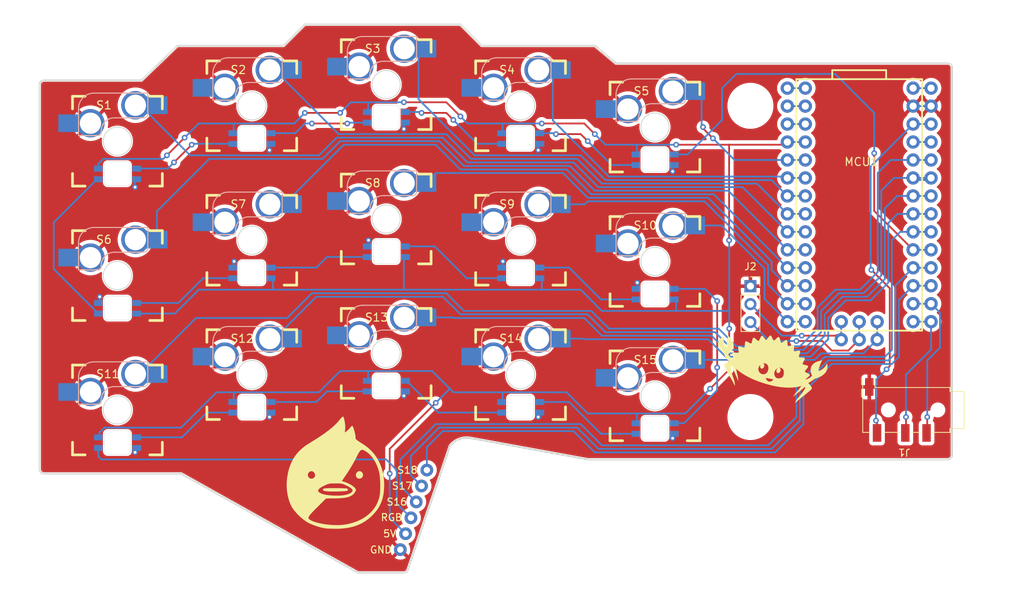
<source format=kicad_pcb>
(kicad_pcb (version 20221018) (generator pcbnew)

  (general
    (thickness 1.6)
  )

  (paper "A5")
  (layers
    (0 "F.Cu" signal)
    (31 "B.Cu" signal)
    (32 "B.Adhes" user "B.Adhesive")
    (33 "F.Adhes" user "F.Adhesive")
    (34 "B.Paste" user)
    (35 "F.Paste" user)
    (36 "B.SilkS" user "B.Silkscreen")
    (37 "F.SilkS" user "F.Silkscreen")
    (38 "B.Mask" user)
    (39 "F.Mask" user)
    (40 "Dwgs.User" user "User.Drawings")
    (41 "Cmts.User" user "User.Comments")
    (42 "Eco1.User" user "User.Eco1")
    (43 "Eco2.User" user "User.Eco2")
    (44 "Edge.Cuts" user)
    (45 "Margin" user)
    (46 "B.CrtYd" user "B.Courtyard")
    (47 "F.CrtYd" user "F.Courtyard")
    (48 "B.Fab" user)
    (49 "F.Fab" user)
    (50 "User.1" user)
    (51 "User.2" user)
    (52 "User.3" user)
    (53 "User.4" user)
    (54 "User.5" user)
    (55 "User.6" user)
    (56 "User.7" user)
    (57 "User.8" user)
    (58 "User.9" user)
  )

  (setup
    (stackup
      (layer "F.SilkS" (type "Top Silk Screen"))
      (layer "F.Paste" (type "Top Solder Paste"))
      (layer "F.Mask" (type "Top Solder Mask") (thickness 0.01))
      (layer "F.Cu" (type "copper") (thickness 0.035))
      (layer "dielectric 1" (type "core") (thickness 1.51) (material "FR4") (epsilon_r 4.5) (loss_tangent 0.02))
      (layer "B.Cu" (type "copper") (thickness 0.035))
      (layer "B.Mask" (type "Bottom Solder Mask") (thickness 0.01))
      (layer "B.Paste" (type "Bottom Solder Paste"))
      (layer "B.SilkS" (type "Bottom Silk Screen"))
      (copper_finish "None")
      (dielectric_constraints no)
    )
    (pad_to_mask_clearance 0)
    (pcbplotparams
      (layerselection 0x00010fc_ffffffff)
      (plot_on_all_layers_selection 0x0000000_00000000)
      (disableapertmacros false)
      (usegerberextensions false)
      (usegerberattributes true)
      (usegerberadvancedattributes true)
      (creategerberjobfile true)
      (dashed_line_dash_ratio 12.000000)
      (dashed_line_gap_ratio 3.000000)
      (svgprecision 4)
      (plotframeref false)
      (viasonmask false)
      (mode 1)
      (useauxorigin false)
      (hpglpennumber 1)
      (hpglpenspeed 20)
      (hpglpendiameter 15.000000)
      (dxfpolygonmode true)
      (dxfimperialunits true)
      (dxfusepcbnewfont true)
      (psnegative false)
      (psa4output false)
      (plotreference true)
      (plotvalue true)
      (plotinvisibletext false)
      (sketchpadsonfab false)
      (subtractmaskfromsilk false)
      (outputformat 1)
      (mirror false)
      (drillshape 0)
      (scaleselection 1)
      (outputdirectory "")
    )
  )

  (net 0 "")
  (net 1 "GND")
  (net 2 "/S1")
  (net 3 "+5V")
  (net 4 "Net-(S1-DIN)")
  (net 5 "Net-(S1-DOUT)")
  (net 6 "/S2")
  (net 7 "Net-(S2-DIN)")
  (net 8 "/S3")
  (net 9 "Net-(S3-DIN)")
  (net 10 "/S4")
  (net 11 "Net-(S4-DIN)")
  (net 12 "/S5")
  (net 13 "/NEOPIXEL_DIN")
  (net 14 "/S6")
  (net 15 "Net-(S6-DOUT)")
  (net 16 "/S11")
  (net 17 "Net-(S11-DIN)")
  (net 18 "/S12")
  (net 19 "Net-(S12-DIN)")
  (net 20 "/S13")
  (net 21 "Net-(S13-DIN)")
  (net 22 "/S14")
  (net 23 "Net-(S14-DIN)")
  (net 24 "/S15")
  (net 25 "Net-(S10-DOUT)")
  (net 26 "/S7")
  (net 27 "/S8")
  (net 28 "/S9")
  (net 29 "/S10")
  (net 30 "/RX")
  (net 31 "/TX")
  (net 32 "/S18")
  (net 33 "/S17")
  (net 34 "/S16")
  (net 35 "Net-(S7-DOUT)")
  (net 36 "Net-(S8-DOUT)")
  (net 37 "Net-(S10-DIN)")
  (net 38 "/VBUS")
  (net 39 "Net-(J2-Pin_2)")
  (net 40 "Net-(J2-Pin_3)")
  (net 41 "unconnected-(MCU1-VBAT-Pad30)")
  (net 42 "unconnected-(MCU1-D13-Pad27)")
  (net 43 "unconnected-(MCU1-3.3V-Pad2)")
  (net 44 "unconnected-(MCU1-3.3V-Pad1)")
  (net 45 "unconnected-(MCU1-RESET-Pad0)")
  (net 46 "Net-(E3-Pin_1)")

  (footprint "Footprints:Pin0.9mm" (layer "F.Cu") (at 76.75 93.5))

  (footprint "Footprints:MX_SW_SOCKET_LED_REV" (layer "F.Cu") (at 74 49))

  (footprint "Footprints:MX_SW_SOCKET_LED" (layer "F.Cu") (at 74 68))

  (footprint "Footprints:Pin0.9mm" (layer "F.Cu") (at 79.75 84.5))

  (footprint "Footprints:Pin0.9mm" (layer "F.Cu") (at 77.5 91.25))

  (footprint "Footprints:Pin0.9mm" (layer "F.Cu") (at 78.25 89))

  (footprint "Footprints:MX_SW_SOCKET_LED" (layer "F.Cu") (at 93 33))

  (footprint "Footprints:MX_SW_SOCKET_LED_REV" (layer "F.Cu") (at 55 52))

  (footprint "Footprints:MX_SW_SOCKET_LED" (layer "F.Cu") (at 112 36))

  (footprint "MountingHole:MountingHole_6mm" (layer "F.Cu") (at 125.5 33))

  (footprint "Footprints:MX_SW_SOCKET_LED" (layer "F.Cu") (at 74 30))

  (footprint "Footprints:MX_SW_SOCKET_LED" (layer "F.Cu") (at 55 71))

  (footprint "Footprints:MX_SW_SOCKET_LED" (layer "F.Cu") (at 36 76))

  (footprint "Footprints:MX_SW_SOCKET_LED" (layer "F.Cu") (at 93 71))

  (footprint "Footprints:MX_SW_SOCKET_LED_REV" (layer "F.Cu") (at 93 52))

  (footprint "Footprints:MX_SW_SOCKET_LED" (layer "F.Cu") (at 55 33))

  (footprint "Footprints:MX_SW_SOCKET_LED_REV" (layer "F.Cu") (at 36 57))

  (footprint "MountingHole:MountingHole_6mm" (layer "F.Cu") (at 125.5 77))

  (footprint "Footprints:Pin0.9mm" (layer "F.Cu") (at 79 86.75))

  (footprint "Footprints:MX_SW_SOCKET_LED" (layer "F.Cu") (at 36 38))

  (footprint "Connector_Audio:Jack_3.5mm_KoreanHropartsElec_PJ-320D-4A_Horizontal" (layer "F.Cu") (at 147.25 76 180))

  (footprint "Footprints:MX_SW_SOCKET_LED_REV" (layer "F.Cu") (at 112 55))

  (footprint "Footprints:Pin0.9mm" (layer "F.Cu") (at 76 95.75))

  (footprint "Connector_PinSocket_2.54mm:PinSocket_1x03_P2.54mm_Vertical" (layer "F.Cu") (at 125.5 58.5))

  (footprint "Footprints:MX_SW_SOCKET_LED" (layer "F.Cu") (at 112 74))

  (footprint "Footprints:ITSYBITSY BREAKOUT" (layer "F.Cu") (at 140.88 43.2))

  (gr_poly
    (pts
      (xy 67.898085 76.925705)
      (xy 67.902929 76.927072)
      (xy 67.906796 76.929767)
      (xy 67.923061 76.948553)
      (xy 67.93933 76.972239)
      (xy 67.971699 77.033265)
      (xy 68.00354 77.110744)
      (xy 68.034493 77.202577)
      (xy 68.064195 77.306666)
      (xy 68.092284 77.420911)
      (xy 68.1184 77.543212)
      (xy 68.14218 77.671472)
      (xy 68.163263 77.803589)
      (xy 68.181286 77.937467)
      (xy 68.195889 78.071004)
      (xy 68.206709 78.202102)
      (xy 68.213386 78.328662)
      (xy 68.215556 78.448585)
      (xy 68.212859 78.559771)
      (xy 68.204933 78.660122)
      (xy 68.145584 79.184711)
      (xy 68.417184 78.991312)
      (xy 68.446071 78.970013)
      (xy 68.476539 78.946175)
      (xy 68.508331 78.920055)
      (xy 68.541184 78.891911)
      (xy 68.574841 78.861998)
      (xy 68.609041 78.830575)
      (xy 68.678032 78.764226)
      (xy 68.746078 78.694919)
      (xy 68.811103 78.624713)
      (xy 68.841833 78.589915)
      (xy 68.871029 78.555663)
      (xy 68.89843 78.522214)
      (xy 68.923777 78.489827)
      (xy 68.948068 78.458808)
      (xy 68.972369 78.429378)
      (xy 68.996527 78.401657)
      (xy 69.020385 78.375768)
      (xy 69.043788 78.351832)
      (xy 69.066581 78.329972)
      (xy 69.088609 78.310308)
      (xy 69.109715 78.292963)
      (xy 69.129745 78.278059)
      (xy 69.148543 78.265717)
      (xy 69.165955 78.256059)
      (xy 69.181824 78.249207)
      (xy 69.189131 78.246871)
      (xy 69.195995 78.245282)
      (xy 69.202396 78.244456)
      (xy 69.208314 78.244407)
      (xy 69.21373 78.245151)
      (xy 69.218624 78.246703)
      (xy 69.222977 78.249078)
      (xy 69.22677 78.252292)
      (xy 69.254546 78.289413)
      (xy 69.285377 78.345211)
      (xy 69.318593 78.417347)
      (xy 69.353526 78.503484)
      (xy 69.389507 78.601283)
      (xy 69.425868 78.708408)
      (xy 69.497053 78.941281)
      (xy 69.561732 79.183399)
      (xy 69.589959 79.302081)
      (xy 69.614554 79.41606)
      (xy 69.634848 79.522999)
      (xy 69.650171 79.62056)
      (xy 69.659855 79.706405)
      (xy 69.663232 79.778197)
      (xy 69.663092 79.846778)
      (xy 69.663824 79.907062)
      (xy 69.665057 79.934628)
      (xy 69.667157 79.960762)
      (xy 69.670338 79.985678)
      (xy 69.674819 80.009591)
      (xy 69.680814 80.032715)
      (xy 69.688539 80.055264)
      (xy 69.698212 80.077453)
      (xy 69.710047 80.099496)
      (xy 69.72426 80.121606)
      (xy 69.741069 80.143999)
      (xy 69.760689 80.166888)
      (xy 69.783336 80.190488)
      (xy 69.809226 80.215014)
      (xy 69.838576 80.240678)
      (xy 69.871601 80.267696)
      (xy 69.908517 80.296281)
      (xy 69.949541 80.326649)
      (xy 69.994888 80.359013)
      (xy 70.099419 80.430586)
      (xy 70.223836 80.512716)
      (xy 70.36987 80.607116)
      (xy 70.733701 80.839582)
      (xy 71.040357 81.046477)
      (xy 71.330248 81.264981)
      (xy 71.603423 81.495176)
      (xy 71.859934 81.737142)
      (xy 72.099832 81.990963)
      (xy 72.323165 82.25672)
      (xy 72.529986 82.534496)
      (xy 72.720344 82.824372)
      (xy 72.894291 83.126431)
      (xy 73.051875 83.440755)
      (xy 73.193149 83.767425)
      (xy 73.318163 84.106525)
      (xy 73.426967 84.458135)
      (xy 73.519611 84.822338)
      (xy 73.596147 85.199216)
      (xy 73.656624 85.588851)
      (xy 73.676865 85.760286)
      (xy 73.69298 85.936976)
      (xy 73.705015 86.11798)
      (xy 73.713018 86.30236)
      (xy 73.717121 86.677483)
      (xy 73.705672 87.054824)
      (xy 73.679051 87.426864)
      (xy 73.637641 87.786082)
      (xy 73.61151 87.958533)
      (xy 73.581824 88.124958)
      (xy 73.548632 88.284418)
      (xy 73.511982 88.435972)
      (xy 73.468384 88.592961)
      (xy 73.419874 88.747992)
      (xy 73.366431 88.9011)
      (xy 73.308036 89.052322)
      (xy 73.244667 89.201692)
      (xy 73.176306 89.349246)
      (xy 73.102932 89.49502)
      (xy 73.024525 89.63905)
      (xy 72.941065 89.78137)
      (xy 72.852532 89.922018)
      (xy 72.758905 90.061027)
      (xy 72.660164 90.198434)
      (xy 72.55629 90.334275)
      (xy 72.447261 90.468584)
      (xy 72.333059 90.601398)
      (xy 72.213663 90.732752)
      (xy 71.95494 90.995917)
      (xy 71.687627 91.240289)
      (xy 71.411201 91.466065)
      (xy 71.125135 91.673446)
      (xy 70.828904 91.862629)
      (xy 70.521982 92.033814)
      (xy 70.203845 92.187198)
      (xy 69.873967 92.322982)
      (xy 69.531822 92.441362)
      (xy 69.176886 92.542539)
      (xy 68.808633 92.626711)
      (xy 68.426537 92.694075)
      (xy 68.030073 92.744832)
      (xy 67.618715 92.77918)
      (xy 67.191939 92.797317)
      (xy 66.749219 92.799443)
      (xy 66.328423 92.791522)
      (xy 65.943887 92.779768)
      (xy 65.638122 92.765763)
      (xy 65.528063 92.758412)
      (xy 65.453639 92.751092)
      (xy 65.32119 92.731358)
      (xy 65.18109 92.70623)
      (xy 64.88256 92.641259)
      (xy 64.567294 92.55911)
      (xy 64.244534 92.462714)
      (xy 63.923526 92.355001)
      (xy 63.613514 92.238904)
      (xy 63.323742 92.117352)
      (xy 63.189335 92.055447)
      (xy 63.063455 91.993277)
      (xy 62.88566 91.895832)
      (xy 62.70416 91.784419)
      (xy 62.52036 91.660418)
      (xy 62.335662 91.525208)
      (xy 62.151468 91.38017)
      (xy 62.006558 91.258155)
      (xy 63.019697 91.258155)
      (xy 63.022245 91.289281)
      (xy 63.028945 91.318806)
      (xy 63.039675 91.346937)
      (xy 63.054313 91.373882)
      (xy 63.072736 91.399848)
      (xy 63.094823 91.425043)
      (xy 63.149499 91.473951)
      (xy 63.217362 91.522266)
      (xy 63.406816 91.630604)
      (xy 63.632554 91.732564)
      (xy 63.890458 91.827606)
      (xy 64.176406 91.915189)
      (xy 64.486278 91.994773)
      (xy 64.815954 92.065818)
      (xy 65.161314 92.127785)
      (xy 65.518237 92.180133)
      (xy 65.882603 92.222323)
      (xy 66.250291 92.253813)
      (xy 66.617182 92.274065)
      (xy 66.979155 92.282538)
      (xy 67.332089 92.278692)
      (xy 67.671865 92.261987)
      (xy 67.994362 92.231884)
      (xy 68.29546 92.187841)
      (xy 68.295454 92.187843)
      (xy 68.761352 92.092487)
      (xy 69.20729 91.975238)
      (xy 69.632708 91.836557)
      (xy 70.037045 91.676904)
      (xy 70.41974 91.49674)
      (xy 70.78023 91.296526)
      (xy 71.117956 91.076722)
      (xy 71.432356 90.837789)
      (xy 71.722869 90.580187)
      (xy 71.988933 90.304377)
      (xy 72.229988 90.010819)
      (xy 72.445472 89.699975)
      (xy 72.634825 89.372305)
      (xy 72.797484 89.028269)
      (xy 72.93289 88.668328)
      (xy 73.04048 88.292943)
      (xy 73.071752 88.142073)
      (xy 73.098372 87.96699)
      (xy 73.120376 87.770979)
      (xy 73.1378 87.557329)
      (xy 73.15905 87.090257)
      (xy 73.162408 86.592074)
      (xy 73.148159 86.089075)
      (xy 73.11659 85.60756)
      (xy 73.0944 85.383077)
      (xy 73.067986 85.173827)
      (xy 73.037386 84.983096)
      (xy 73.002635 84.814172)
      (xy 72.942169 84.578263)
      (xy 72.872569 84.346328)
      (xy 72.794263 84.119048)
      (xy 72.707676 83.897106)
      (xy 72.613236 83.681183)
      (xy 72.511368 83.471961)
      (xy 72.402499 83.270121)
      (xy 72.287057 83.076345)
      (xy 72.165466 82.891315)
      (xy 72.038155 82.715712)
      (xy 71.905548 82.550217)
      (xy 71.768074 82.395513)
      (xy 71.626158 82.252281)
      (xy 71.480227 82.121202)
      (xy 71.330707 82.002959)
      (xy 71.178025 81.898232)
      (xy 71.051406 81.819281)
      (xy 70.938174 81.753004)
      (xy 70.886019 81.724961)
      (xy 70.836541 81.700497)
      (xy 70.789515 81.679751)
      (xy 70.74472 81.662859)
      (xy 70.701931 81.649958)
      (xy 70.660924 81.641186)
      (xy 70.621477 81.636679)
      (xy 70.583366 81.636575)
      (xy 70.546368 81.641011)
      (xy 70.510259 81.650125)
      (xy 70.474816 81.664053)
      (xy 70.439816 81.682932)
      (xy 70.405034 81.7069)
      (xy 70.370248 81.736094)
      (xy 70.335235 81.770651)
      (xy 70.29977 81.810708)
      (xy 70.263632 81.856402)
      (xy 70.226595 81.907871)
      (xy 70.188437 81.965252)
      (xy 70.148934 82.028681)
      (xy 70.107863 82.098297)
      (xy 70.065001 82.174236)
      (xy 69.973008 82.345632)
      (xy 69.871169 82.543966)
      (xy 69.757696 82.770337)
      (xy 69.630338 83.018132)
      (xy 69.482696 83.291797)
      (xy 69.320062 83.582304)
      (xy 69.147729 83.880624)
      (xy 68.97099 84.17773)
      (xy 68.795137 84.464593)
      (xy 68.625464 84.732187)
      (xy 68.467262 84.971482)
      (xy 67.736591 86.048502)
      (xy 68.200395 86.206152)
      (xy 68.312249 86.246272)
      (xy 68.424537 86.290599)
      (xy 68.536515 86.33867)
      (xy 68.647436 86.390019)
      (xy 68.756556 86.444183)
      (xy 68.863129 86.500698)
      (xy 68.966409 86.559099)
      (xy 69.065651 86.618922)
      (xy 69.16011 86.679704)
      (xy 69.24904 86.74098)
      (xy 69.331695 86.802285)
      (xy 69.407331 86.863156)
      (xy 69.475202 86.923129)
      (xy 69.534562 86.98174)
      (xy 69.584666 87.038523)
      (xy 69.624768 87.093016)
      (xy 69.648656 87.129992)
      (xy 69.669293 87.163474)
      (xy 69.68665 87.194067)
      (xy 69.69409 87.20847)
      (xy 69.700699 87.222376)
      (xy 69.706475 87.235863)
      (xy 69.711413 87.249006)
      (xy 69.71551 87.261881)
      (xy 69.718763 87.274562)
      (xy 69.721167 87.287127)
      (xy 69.722721 87.29965)
      (xy 69.723419 87.312206)
      (xy 69.723259 87.324873)
      (xy 69.722237 87.337725)
      (xy 69.72035 87.350838)
      (xy 69.717594 87.364287)
      (xy 69.713965 87.378149)
      (xy 69.70946 87.392498)
      (xy 69.704076 87.407411)
      (xy 69.697809 87.422963)
      (xy 69.690655 87.43923)
      (xy 69.673675 87.47421)
      (xy 69.653106 87.512957)
      (xy 69.628922 87.556076)
      (xy 69.601093 87.604171)
      (xy 69.563539 87.665375)
      (xy 69.523763 87.724067)
      (xy 69.481641 87.780287)
      (xy 69.437046 87.834073)
      (xy 69.389855 87.885465)
      (xy 69.339941 87.9345)
      (xy 69.28718 87.981218)
      (xy 69.231446 88.025658)
      (xy 69.172614 88.067858)
      (xy 69.110558 88.107858)
      (xy 69.045155 88.145695)
      (xy 68.976277 88.181408)
      (xy 68.903801 88.215037)
      (xy 68.8276 88.24662)
      (xy 68.74755 88.276196)
      (xy 68.663525 88.303803)
      (xy 68.5754 88.329481)
      (xy 68.483051 88.353268)
      (xy 68.386351 88.375203)
      (xy 68.285175 88.395324)
      (xy 68.179398 88.413671)
      (xy 68.068896 88.430282)
      (xy 67.833212 88.458452)
      (xy 67.577121 88.480144)
      (xy 67.299621 88.495668)
      (xy 66.99971 88.505333)
      (xy 66.676387 88.509451)
      (xy 65.506311 88.514501)
      (xy 64.261411 89.747986)
      (xy 63.823127 90.187347)
      (xy 63.643314 90.37292)
      (xy 63.488417 90.537968)
      (xy 63.35746 90.684153)
      (xy 63.249463 90.813137)
      (xy 63.163451 90.926579)
      (xy 63.098446 91.026141)
      (xy 63.073515 91.071236)
      (xy 63.05347 91.113484)
      (xy 63.038188 91.153092)
      (xy 63.027546 91.190268)
      (xy 63.021423 91.22522)
      (xy 63.019697 91.258155)
      (xy 62.006558 91.258155)
      (xy 61.96918 91.226683)
      (xy 61.790202 91.066125)
      (xy 61.615935 90.899878)
      (xy 61.447783 90.729321)
      (xy 61.287149 90.555832)
      (xy 61.135433 90.380792)
      (xy 60.99404 90.20558)
      (xy 60.864372 90.031576)
      (xy 60.74783 89.86016)
      (xy 60.645819 89.69271)
      (xy 60.55974 89.530607)
      (xy 60.419349 89.218297)
      (xy 60.296597 88.893249)
      (xy 60.191512 88.556865)
      (xy 60.104123 88.210547)
      (xy 60.034456 87.855697)
      (xy 59.98254 87.493718)
      (xy 59.973556 87.396947)
      (xy 64.38389 87.396947)
      (xy 64.38519 87.427357)
      (xy 64.390864 87.45751)
      (xy 64.400896 87.487442)
      (xy 64.41527 87.517188)
      (xy 64.43397 87.546785)
      (xy 64.45698 87.576268)
      (xy 64.484283 87.605675)
      (xy 64.515864 87.63504)
      (xy 64.551706 87.6644)
      (xy 64.591793 87.69379)
      (xy 64.63611 87.723248)
      (xy 64.737365 87.782507)
      (xy 64.865108 87.840392)
      (xy 65.023954 87.893427)
      (xy 65.20994 87.941378)
      (xy 65.419101 87.984008)
      (xy 65.647473 88.021081)
      (xy 65.891091 88.052359)
      (xy 66.145992 88.077608)
      (xy 66.40821 88.09659)
      (xy 66.673781 88.10907)
      (xy 66.938741 88.11481)
      (xy 67.199126 88.113575)
      (xy 67.450971 88.105128)
      (xy 67.690311 88.089233)
      (xy 67.913183 88.065654)
      (xy 68.115622 88.034155)
      (xy 68.293663 87.994498)
      (xy 68.396222 87.966402)
      (xy 68.491474 87.938631)
      (xy 68.579709 87.911032)
      (xy 68.661213 87.883449)
      (xy 68.736273 87.855729)
      (xy 68.805178 87.827716)
      (xy 68.868215 87.799257)
      (xy 68.925672 87.770197)
      (xy 68.977836 87.740382)
      (xy 69.024994 87.709656)
      (xy 69.067434 87.677867)
      (xy 69.105445 87.644858)
      (xy 69.139312 87.610477)
      (xy 69.169324 87.574567)
      (xy 69.195769 87.536976)
      (xy 69.218933 87.497548)
      (xy 69.229384 87.475887)
      (xy 69.237579 87.454137)
      (xy 69.243499 87.432277)
      (xy 69.247123 87.410289)
      (xy 69.24843 87.388154)
      (xy 69.247401 87.365851)
      (xy 69.244015 87.343363)
      (xy 69.238252 87.32067)
      (xy 69.230091 87.297753)
      (xy 69.219512 87.274593)
      (xy 69.206495 87.251171)
      (xy 69.191019 87.227467)
      (xy 69.173064 87.203462)
      (xy 69.15261 87.179138)
      (xy 69.129637 87.154475)
      (xy 69.104123 87.129455)
      (xy 69.07605 87.104057)
      (xy 69.045395 87.078262)
      (xy 69.01214 87.052053)
      (xy 68.976263 87.025409)
      (xy 68.937745 86.998312)
      (xy 68.896565 86.970741)
      (xy 68.852703 86.942679)
      (xy 68.806138 86.914106)
      (xy 68.704819 86.855351)
      (xy 68.592446 86.794322)
      (xy 68.468856 86.730867)
      (xy 68.333886 86.664833)
      (xy 68.151826 86.579948)
      (xy 68.071122 86.544915)
      (xy 67.995045 86.514408)
      (xy 67.921905 86.488115)
      (xy 67.850008 86.465728)
      (xy 67.777665 86.446934)
      (xy 67.703182 86.431423)
      (xy 67.624868 86.418886)
      (xy 67.541031 86.40901)
      (xy 67.44998 86.401487)
      (xy 67.350023 86.396005)
      (xy 67.239467 86.392253)
      (xy 67.116622 86.389922)
      (xy 66.827294 86.388278)
      (xy 66.527365 86.389248)
      (xy 66.401629 86.391258)
      (xy 66.289229 86.394869)
      (xy 66.188052 86.400517)
      (xy 66.095986 86.408641)
      (xy 66.01092 86.419679)
      (xy 65.930739 86.434068)
      (xy 65.853333 86.452246)
      (xy 65.776588 86.474651)
      (xy 65.698392 86.50172)
      (xy 65.616634 86.533891)
      (xy 65.5292 86.571602)
      (xy 65.433979 86.615291)
      (xy 65.211724 86.722353)
      (xy 65.04666 86.805698)
      (xy 64.900254 86.88542)
      (xy 64.772376 86.961808)
      (xy 64.662898 87.035149)
      (xy 64.615018 87.070767)
      (xy 64.571689 87.105732)
      (xy 64.532896 87.140079)
      (xy 64.498623 87.173845)
      (xy 64.468852 87.207065)
      (xy 64.443568 87.239776)
      (xy 64.422755 87.272013)
      (xy 64.406397 87.303813)
      (xy 64.394478 87.335211)
      (xy 64.386981 87.366244)
      (xy 64.38389 87.396947)
      (xy 59.973556 87.396947)
      (xy 59.948402 87.12601)
      (xy 59.932071 86.753975)
      (xy 59.933575 86.379017)
      (xy 59.95294 86.002535)
      (xy 59.990195 85.625934)
      (xy 60.045368 85.250613)
      (xy 60.06006 85.175738)
      (xy 62.927883 85.175738)
      (xy 62.92925 85.21775)
      (xy 62.933281 85.25845)
      (xy 62.93987 85.297785)
      (xy 62.948911 85.335699)
      (xy 62.960298 85.372141)
      (xy 62.973925 85.407055)
      (xy 62.989687 85.440388)
      (xy 63.007477 85.472086)
      (xy 63.027189 85.502096)
      (xy 63.048718 85.530363)
      (xy 63.071958 85.556834)
      (xy 63.096803 85.581455)
      (xy 63.123146 85.604172)
      (xy 63.150883 85.624931)
      (xy 63.179907 85.643679)
      (xy 63.210112 85.660362)
      (xy 63.241392 85.674925)
      (xy 63.273642 85.687315)
      (xy 63.306756 85.697479)
      (xy 63.340627 85.705362)
      (xy 63.37515 85.710911)
      (xy 63.410218 85.714071)
      (xy 63.445727 85.71479)
      (xy 63.48157 85.713013)
      (xy 63.517641 85.708686)
      (xy 63.553835 85.701755)
      (xy 63.590044 85.692168)
      (xy 63.626165 85.679869)
      (xy 63.66209 85.664806)
      (xy 63.697713 85.646924)
      (xy 63.73293 85.626169)
      (xy 63.767633 85.602488)
      (xy 63.800281 85.576159)
      (xy 63.829423 85.547649)
      (xy 63.855131 85.517155)
      (xy 63.877476 85.484876)
      (xy 63.896529 85.451008)
      (xy 63.912362 85.415751)
      (xy 63.925046 85.379301)
      (xy 63.934653 85.341857)
      (xy 63.941253 85.303616)
      (xy 63.944919 85.264777)
      (xy 63.945721 85.225538)
      (xy 63.943731 85.186095)
      (xy 63.93902 85.146648)
      (xy 63.93166 85.107394)
      (xy 63.921723 85.06853)
      (xy 63.909278 85.030255)
      (xy 63.894398 84.992767)
      (xy 63.877155 84.956264)
      (xy 63.857619 84.920943)
      (xy 63.835862 84.887002)
      (xy 63.811955 84.854639)
      (xy 63.78597 84.824052)
      (xy 63.757977 84.795439)
      (xy 63.728049 84.768998)
      (xy 63.696257 84.744927)
      (xy 63.662672 84.723423)
      (xy 63.627365 84.704684)
      (xy 63.590408 84.688909)
      (xy 63.551872 84.676295)
      (xy 63.511829 84.66704)
      (xy 63.47035 84.661341)
      (xy 63.427505 84.659398)
      (xy 63.403941 84.660142)
      (xy 63.380442 84.662341)
      (xy 63.357053 84.66595)
      (xy 63.333819 84.670923)
      (xy 63.310783 84.677212)
      (xy 63.287992 84.684773)
      (xy 63.26549 84.693558)
      (xy 63.243322 84.703521)
      (xy 63.221533 84.714616)
      (xy 63.200166 84.726797)
      (xy 63.179268 84.740017)
      (xy 63.158883 84.75423)
      (xy 63.139056 84.76939)
      (xy 63.119831 84.78545)
      (xy 63.101253 84.802365)
      (xy 63.083368 84.820087)
      (xy 63.066219 84.838571)
      (xy 63.049853 84.85777)
      (xy 63.034312 84.877638)
      (xy 63.019643 84.898129)
      (xy 63.005891 84.919196)
      (xy 62.993099 84.940794)
      (xy 62.981312 84.962875)
      (xy 62.970577 84.985394)
      (xy 62.960936 85.008303)
      (xy 62.952436 85.031558)
      (xy 62.94512 85.055112)
      (xy 62.939034 85.078917)
      (xy 62.934223 85.102929)
      (xy 62.930731 85.127101)
      (xy 62.928603 85.151386)
      (xy 62.927883 85.175738)
      (xy 60.06006 85.175738)
      (xy 60.118486 84.877976)
      (xy 60.209578 84.509423)
      (xy 60.318671 84.146358)
      (xy 60.445793 83.790182)
      (xy 60.545783 83.545841)
      (xy 60.653821 83.30973)
      (xy 60.770216 83.081497)
      (xy 60.895275 82.86079)
      (xy 61.029308 82.647258)
      (xy 61.172623 82.440549)
      (xy 61.32553 82.240311)
      (xy 61.488336 82.046193)
      (xy 61.661352 81.857843)
      (xy 61.844885 81.674909)
      (xy 62.039244 81.497041)
      (xy 62.244737 81.323885)
      (xy 62.461675 81.155091)
      (xy 62.690365 80.990307)
      (xy 62.931116 80.829181)
      (xy 63.184237 80.671362)
      (xy 63.975324 80.184565)
      (xy 64.679068 79.729208)
      (xy 65.302216 79.300054)
      (xy 65.851516 78.891867)
      (xy 66.100581 78.693999)
      (xy 66.333714 78.499408)
      (xy 66.551758 78.307441)
      (xy 66.755556 78.117443)
      (xy 66.945953 77.928758)
      (xy 67.123791 77.740733)
      (xy 67.289913 77.552712)
      (xy 67.445164 77.364042)
      (xy 67.485874 77.313488)
      (xy 67.526108 77.265017)
      (xy 67.565628 77.218852)
      (xy 67.604198 77.175213)
      (xy 67.641582 77.134326)
      (xy 67.677543 77.096411)
      (xy 67.711843 77.061692)
      (xy 67.744247 77.030392)
      (xy 67.774517 77.002732)
      (xy 67.802418 76.978936)
      (xy 67.827711 76.959227)
      (xy 67.850162 76.943826)
      (xy 67.869532 76.932957)
      (xy 67.885585 76.926842)
      (xy 67.892294 76.925637)
    )

    (stroke (width 0) (type solid)) (fill solid) (layer "F.SilkS") (tstamp 511efcea-c981-47b8-9b34-aa960a3058bc))
  (gr_poly
    (pts
      (xy 70.241909 84.656218)
      (xy 70.277739 84.659152)
      (xy 70.313497 84.664944)
      (xy 70.349044 84.673654)
      (xy 70.384236 84.685344)
      (xy 70.418934 84.700074)
      (xy 70.452994 84.717905)
      (xy 70.486277 84.7389)
      (xy 70.518639 84.763118)
      (xy 70.54994 84.79062)
      (xy 70.580038 84.821468)
      (xy 70.617916 84.867204)
      (xy 70.649897 84.913881)
      (xy 70.676186 84.961267)
      (xy 70.696989 85.009131)
      (xy 70.712512 85.057241)
      (xy 70.72296 85.105365)
      (xy 70.728539 85.153271)
      (xy 70.729454 85.200728)
      (xy 70.725912 85.247504)
      (xy 70.718117 85.293367)
      (xy 70.706276 85.338086)
      (xy 70.690593 85.381429)
      (xy 70.671275 85.423164)
      (xy 70.648527 85.46306)
      (xy 70.622555 85.500884)
      (xy 70.593564 85.536405)
      (xy 70.56176 85.569392)
      (xy 70.527349 85.599613)
      (xy 70.490536 85.626836)
      (xy 70.451527 85.650829)
      (xy 70.410527 85.67136)
      (xy 70.367742 85.688199)
      (xy 70.323378 85.701112)
      (xy 70.27764 85.709869)
      (xy 70.230734 85.714238)
      (xy 70.182866 85.713987)
      (xy 70.13424 85.708885)
      (xy 70.085064 85.698699)
      (xy 70.035541 85.683198)
      (xy 69.985879 85.66215)
      (xy 69.936282 85.635324)
      (xy 69.886956 85.602488)
      (xy 69.87746 85.595224)
      (xy 69.868205 85.587501)
      (xy 69.859196 85.579328)
      (xy 69.850435 85.570715)
      (xy 69.841927 85.561673)
      (xy 69.833677 85.55221)
      (xy 69.817962 85.532064)
      (xy 69.803323 85.510357)
      (xy 69.789791 85.487168)
      (xy 69.777397 85.462576)
      (xy 69.766174 85.436659)
      (xy 69.756153 85.409497)
      (xy 69.747365 85.381169)
      (xy 69.739842 85.351753)
      (xy 69.733616 85.32133)
      (xy 69.728719 85.289978)
      (xy 69.725182 85.257776)
      (xy 69.723036 85.224803)
      (xy 69.722314 85.191138)
      (xy 69.723883 85.146642)
      (xy 69.728495 85.103661)
      (xy 69.73601 85.062256)
      (xy 69.746285 85.022489)
      (xy 69.759179 84.984421)
      (xy 69.774551 84.948111)
      (xy 69.792258 84.913622)
      (xy 69.812159 84.881015)
      (xy 69.834114 84.85035)
      (xy 69.857979 84.821688)
      (xy 69.883614 84.79509)
      (xy 69.910877 84.770618)
      (xy 69.939627 84.748333)
      (xy 69.969721 84.728295)
      (xy 70.001019 84.710565)
      (xy 70.033379 84.695205)
      (xy 70.066659 84.682275)
      (xy 70.100718 84.671837)
      (xy 70.135414 84.663951)
      (xy 70.170606 84.658678)
      (xy 70.206151 84.65608)
    )

    (stroke (width 0) (type solid)) (fill solid) (layer "F.SilkS") (tstamp 902a5233-d7ba-4882-84dd-b22b33d13f4e))
  (gr_poly
    (pts
      (xy 128.331053 65.490823)
      (xy 128.344542 65.492608)
      (xy 128.357824 65.495393)
      (xy 128.37081 65.499167)
      (xy 128.383409 65.503923)
      (xy 128.395532 65.509651)
      (xy 128.407089 65.516344)
      (xy 128.417988 65.523993)
      (xy 128.423163 65.528173)
      (xy 128.428141 65.532589)
      (xy 128.431839 65.536629)
      (xy 128.436386 65.542667)
      (xy 128.441793 65.550726)
      (xy 128.448074 65.56083)
      (xy 128.45524 65.573003)
      (xy 128.463304 65.587268)
      (xy 128.482178 65.622171)
      (xy 128.504796 65.66573)
      (xy 128.531258 65.718134)
      (xy 128.561664 65.779573)
      (xy 128.596116 65.850236)
      (xy 128.738515 66.144098)
      (xy 128.81341 66.157795)
      (xy 128.888306 66.171492)
      (xy 129.115956 65.955602)
      (xy 129.206321 65.870281)
      (xy 129.284075 65.797563)
      (xy 129.340929 65.745155)
      (xy 129.368594 65.720763)
      (xy 129.376124 65.715471)
      (xy 129.38396 65.710763)
      (xy 129.392074 65.706631)
      (xy 129.400438 65.703066)
      (xy 129.409023 65.700058)
      (xy 129.417802 65.697601)
      (xy 129.426746 65.695684)
      (xy 129.435827 65.694299)
      (xy 129.445017 65.693438)
      (xy 129.454286 65.693092)
      (xy 129.463608 65.693252)
      (xy 129.472954 65.693909)
      (xy 129.482295 65.695056)
      (xy 129.491604 65.696683)
      (xy 129.500851 65.698781)
      (xy 129.51001 65.701342)
      (xy 129.519051 65.704357)
      (xy 129.527946 65.707819)
      (xy 129.536667 65.711717)
      (xy 129.545186 65.716043)
      (xy 129.553475 65.720789)
      (xy 129.561505 65.725946)
      (xy 129.569248 65.731505)
      (xy 129.576675 65.737458)
      (xy 129.58376 65.743796)
      (xy 129.590472 65.750511)
      (xy 129.596785 65.757593)
      (xy 129.602669 65.765034)
      (xy 129.608097 65.772826)
      (xy 129.61304 65.780959)
      (xy 129.61747 65.789425)
      (xy 129.621359 65.798216)
      (xy 129.62554 65.810658)
      (xy 129.632424 65.833673)
      (xy 129.652847 65.906147)
      (xy 129.679716 66.005081)
      (xy 129.710117 66.11992)
      (xy 129.765338 66.327579)
      (xy 129.783545 66.393434)
      (xy 129.791904 66.420808)
      (xy 129.792319 66.421461)
      (xy 129.792904 66.422166)
      (xy 129.793656 66.42292)
      (xy 129.79457 66.423722)
      (xy 129.796867 66.425461)
      (xy 129.799763 66.427367)
      (xy 129.803224 66.429424)
      (xy 129.807218 66.431618)
      (xy 129.811712 66.433931)
      (xy 129.816672 66.436348)
      (xy 129.822065 66.438853)
      (xy 129.827858 66.441432)
      (xy 129.834018 66.444067)
      (xy 129.840513 66.446744)
      (xy 129.847308 66.449446)
      (xy 129.854371 66.452158)
      (xy 129.861669 66.454864)
      (xy 129.869168 66.457548)
      (xy 129.940274 66.482547)
      (xy 130.2122 66.308353)
      (xy 130.340754 66.226868)
      (xy 130.390276 66.196284)
      (xy 130.430929 66.171904)
      (xy 130.463441 66.153301)
      (xy 130.488537 66.140048)
      (xy 130.506944 66.131718)
      (xy 130.513867 66.129266)
      (xy 130.519389 66.127885)
      (xy 130.526776 66.126758)
      (xy 130.534192 66.125992)
      (xy 130.541626 66.125581)
      (xy 130.549063 66.125517)
      (xy 130.556493 66.125794)
      (xy 130.563903 66.126404)
      (xy 130.57861 66.128597)
      (xy 130.593088 66.132039)
      (xy 130.607235 66.136672)
      (xy 130.620954 66.14244)
      (xy 130.634144 66.149287)
      (xy 130.646707 66.157156)
      (xy 130.658542 66.16599)
      (xy 130.669552 66.175732)
      (xy 130.679636 66.186325)
      (xy 130.6843 66.191923)
      (xy 130.688695 66.197713)
      (xy 130.692809 66.203688)
      (xy 130.69663 66.209839)
      (xy 130.700145 66.216162)
      (xy 130.703342 66.222647)
      (xy 130.706208 66.229288)
      (xy 130.708731 66.236079)
      (xy 130.710202 66.241626)
      (xy 130.711819 66.250033)
      (xy 130.715443 66.274911)
      (xy 130.719506 66.309677)
      (xy 130.723908 66.353292)
      (xy 130.728551 66.40472)
      (xy 130.733336 66.462922)
      (xy 130.738164 66.526862)
      (xy 130.742936 66.595502)
      (xy 130.764428 66.917765)
      (xy 130.826434 66.958244)
      (xy 130.839095 66.96636)
      (xy 130.851305 66.973903)
      (xy 130.862768 66.980709)
      (xy 130.873188 66.986616)
      (xy 130.88227 66.99146)
      (xy 130.889717 66.995079)
      (xy 130.892735 66.996377)
      (xy 130.895234 66.997309)
      (xy 130.897176 66.997852)
      (xy 130.898526 66.997987)
      (xy 130.906246 66.995653)
      (xy 130.924458 66.989247)
      (xy 130.987612 66.965994)
      (xy 131.078499 66.931767)
      (xy 131.187635 66.890106)
      (xy 131.392809 66.812442)
      (xy 131.461538 66.787266)
      (xy 131.49428 66.776179)
      (xy 131.501143 66.774653)
      (xy 131.508013 66.773442)
      (xy 131.51488 66.772541)
      (xy 131.521737 66.771947)
      (xy 131.528577 66.771656)
      (xy 131.535392 66.771664)
      (xy 131.548914 66.772564)
      (xy 131.562242 66.774616)
      (xy 131.575314 66.777791)
      (xy 131.588068 66.782059)
      (xy 131.600442 66.78739)
      (xy 131.612374 66.793754)
      (xy 131.623802 66.801122)
      (xy 131.634663 66.809463)
      (xy 131.644897 66.818748)
      (xy 131.65444 66.828946)
      (xy 131.663231 66.840029)
      (xy 131.671208 66.851966)
      (xy 131.678309 66.864728)
      (xy 131.680493 66.869217)
      (xy 131.682619 66.873904)
      (xy 131.684676 66.878751)
      (xy 131.686652 66.883719)
      (xy 131.690321 66.893867)
      (xy 131.693536 66.904044)
      (xy 131.694944 66.909049)
      (xy 131.696206 66.913946)
      (xy 131.69731 66.918699)
      (xy 131.698244 66.923269)
      (xy 131.698998 66.927618)
      (xy 131.69956 66.931707)
      (xy 131.699919 66.9355)
      (xy 131.700064 66.938957)
      (xy 131.699345 66.951751)
      (xy 131.697153 66.976079)
      (xy 131.688978 67.053661)
      (xy 131.676792 67.160356)
      (xy 131.661851 67.284815)
      (xy 131.623302 67.598894)
      (xy 131.678646 67.654059)
      (xy 131.733994 67.709225)
      (xy 132.053711 67.656067)
      (xy 132.223348 67.628422)
      (xy 132.281462 67.619651)
      (xy 132.325317 67.613826)
      (xy 132.357572 67.610633)
      (xy 132.380884 67.609757)
      (xy 132.397912 67.610883)
      (xy 132.411313 67.613697)
      (xy 132.418083 67.615811)
      (xy 132.424742 67.61826)
      (xy 132.431282 67.621033)
      (xy 132.437696 67.624119)
      (xy 132.443974 67.627506)
      (xy 132.450111 67.631183)
      (xy 132.456097 67.635138)
      (xy 132.461925 67.63936)
      (xy 132.467587 67.643839)
      (xy 132.473076 67.648561)
      (xy 132.478383 67.653517)
      (xy 132.483501 67.658695)
      (xy 132.488421 67.664084)
      (xy 132.493137 67.669671)
      (xy 132.49764 67.675447)
      (xy 132.501922 67.681399)
      (xy 132.505976 67.687516)
      (xy 132.509794 67.693788)
      (xy 132.513367 67.700202)
      (xy 132.516689 67.706747)
      (xy 132.51975 67.713412)
      (xy 132.522545 67.720185)
      (xy 132.525064 67.727056)
      (xy 132.527299 67.734013)
      (xy 132.529244 67.741045)
      (xy 132.53089 67.748139)
      (xy 132.532229 67.755286)
      (xy 132.533253 67.762473)
      (xy 132.533956 67.76969)
      (xy 132.534328 67.776925)
      (xy 132.534362 67.784166)
      (xy 132.53405 67.791403)
      (xy 132.533361 67.796887)
      (xy 132.531885 67.804606)
      (xy 132.5266 67.826658)
      (xy 132.51825 67.857377)
      (xy 132.506885 67.896584)
      (xy 132.492562 67.944099)
      (xy 132.475331 67.999744)
      (xy 132.455247 68.063337)
      (xy 132.432363 68.1347)
      (xy 132.33308 68.44232)
      (xy 132.365984 68.494978)
      (xy 132.383157 68.523256)
      (xy 132.390402 68.53449)
      (xy 132.393982 68.539454)
      (xy 132.397644 68.544011)
      (xy 132.401473 68.548183)
      (xy 132.405552 68.551988)
      (xy 132.409965 68.55545)
      (xy 132.414795 68.558588)
      (xy 132.420125 68.561425)
      (xy 132.426041 68.563979)
      (xy 132.432624 68.566274)
      (xy 132.439959 68.568329)
      (xy 132.448129 68.570166)
      (xy 132.457218 68.571806)
      (xy 132.467309 68.573269)
      (xy 132.478486 68.574577)
      (xy 132.490833 68.575751)
      (xy 132.504433 68.576811)
      (xy 132.535727 68.578675)
      (xy 132.573037 68.580338)
      (xy 132.617031 68.581966)
      (xy 132.727748 68.585794)
      (xy 132.855051 68.591033)
      (xy 132.957952 68.596682)
      (xy 133.03094 68.602384)
      (xy 133.054496 68.605144)
      (xy 133.068507 68.607784)
      (xy 133.074635 68.609677)
      (xy 133.080695 68.611843)
      (xy 133.086679 68.614273)
      (xy 133.092579 68.616957)
      (xy 133.098387 68.619885)
      (xy 133.104096 68.623049)
      (xy 133.109699 68.62644)
      (xy 133.115187 68.630047)
      (xy 133.12579 68.637877)
      (xy 133.135842 68.646465)
      (xy 133.145285 68.655736)
      (xy 133.154055 68.665617)
      (xy 133.162091 68.676033)
      (xy 133.169333 68.686911)
      (xy 133.17572 68.698177)
      (xy 133.178573 68.703932)
      (xy 133.181189 68.709757)
      (xy 133.18356 68.715641)
      (xy 133.18568 68.721576)
      (xy 133.187539 68.727553)
      (xy 133.189131 68.733561)
      (xy 133.190448 68.739593)
      (xy 133.191482 68.745638)
      (xy 133.192225 68.751688)
      (xy 133.19267 68.757733)
      (xy 133.192852 68.767957)
      (xy 133.192305 68.778388)
      (xy 133.191711 68.783787)
      (xy 133.190877 68.789365)
      (xy 133.189786 68.795162)
      (xy 133.188418 68.801222)
      (xy 133.186755 68.807586)
      (xy 133.184778 68.814296)
      (xy 133.179804 68.828923)
      (xy 133.173347 68.845439)
      (xy 133.165255 68.864181)
      (xy 133.155377 68.885484)
      (xy 133.143564 68.909685)
      (xy 133.129663 68.937119)
      (xy 133.113525 68.968123)
      (xy 133.094998 69.003034)
      (xy 133.073931 69.042187)
      (xy 133.023576 69.134564)
      (xy 132.917923 69.328696)
      (xy 132.885155 69.38996)
      (xy 132.872373 69.415083)
      (xy 132.872268 69.41567)
      (xy 132.872235 69.416431)
      (xy 132.87238 69.418453)
      (xy 132.872795 69.421109)
      (xy 132.873467 69.424359)
      (xy 132.874385 69.428161)
      (xy 132.875535 69.432475)
      (xy 132.878481 69.442474)
      (xy 132.882205 69.454029)
      (xy 132.886606 69.466814)
      (xy 132.891582 69.480501)
      (xy 132.897032 69.494764)
      (xy 132.924439 69.564787)
      (xy 133.06286 69.599181)
      (xy 133.337981 69.668026)
      (xy 133.426869 69.691013)
      (xy 133.49009 69.708327)
      (xy 133.532732 69.721427)
      (xy 133.559883 69.731776)
      (xy 133.576628 69.740835)
      (xy 133.588055 69.750066)
      (xy 133.597734 69.759683)
      (xy 133.606541 69.769579)
      (xy 133.614475 69.779753)
      (xy 133.621537 69.790202)
      (xy 133.627725 69.800924)
      (xy 133.633039 69.811916)
      (xy 133.635368 69.817514)
      (xy 133.637478 69.823178)
      (xy 133.63937 69.828908)
      (xy 133.641042 69.834705)
      (xy 133.642496 69.840568)
      (xy 133.64373 69.846496)
      (xy 133.644746 69.85249)
      (xy 133.645542 69.858549)
      (xy 133.646476 69.870861)
      (xy 133.646533 69.883431)
      (xy 133.645711 69.896255)
      (xy 133.64401 69.909332)
      (xy 133.64143 69.922659)
      (xy 133.63797 69.936234)
      (xy 133.635717 69.943546)
      (xy 133.63302 69.950883)
      (xy 133.629642 69.958562)
      (xy 133.627624 69.962628)
      (xy 133.625347 69.966898)
      (xy 133.619902 69.976208)
      (xy 133.613068 69.986807)
      (xy 133.604612 69.999013)
      (xy 133.594298 70.01314)
      (xy 133.58189 70.029505)
      (xy 133.567153 70.048425)
      (xy 133.549851 70.070214)
      (xy 133.529748 70.09519)
      (xy 133.480199 70.155965)
      (xy 133.416622 70.233278)
      (xy 133.207649 70.48687)
      (xy 133.221553 70.564094)
      (xy 133.227231 70.594385)
      (xy 133.232412 70.619773)
      (xy 133.234637 70.629797)
      (xy 133.236522 70.637598)
      (xy 133.237998 70.642843)
      (xy 133.238559 70.644403)
      (xy 133.238991 70.645198)
      (xy 133.24546 70.648732)
      (xy 133.26263 70.657351)
      (xy 133.324381 70.687569)
      (xy 133.414869 70.7313)
      (xy 133.52472 70.78399)
      (xy 133.627196 70.833192)
      (xy 133.705691 70.871739)
      (xy 133.763724 70.901889)
      (xy 133.786167 70.91452)
      (xy 133.804813 70.9259)
      (xy 133.820102 70.93631)
      (xy 133.832475 70.946032)
      (xy 133.842371 70.955349)
      (xy 133.850229 70.964544)
      (xy 133.85649 70.973898)
      (xy 133.861594 70.983695)
      (xy 133.870086 71.005743)
      (xy 133.87333 71.015997)
      (xy 133.876056 71.026115)
      (xy 133.878263 71.036106)
      (xy 133.879951 71.045975)
      (xy 133.881119 71.055729)
      (xy 133.881768 71.065374)
      (xy 133.881896 71.074919)
      (xy 133.881503 71.084368)
      (xy 133.880589 71.093729)
      (xy 133.879153 71.103008)
      (xy 133.877195 71.112212)
      (xy 133.874713 71.121349)
      (xy 133.871709 71.130423)
      (xy 133.868181 71.139443)
      (xy 133.864128 71.148414)
      (xy 133.859552 71.157343)
      (xy 133.855905 71.16357)
      (xy 133.851504 71.170088)
      (xy 133.846153 71.177075)
      (xy 133.839657 71.184709)
      (xy 133.831818 71.193166)
      (xy 133.822442 71.202624)
      (xy 133.811332 71.21326)
      (xy 133.798293 71.225252)
      (xy 133.783127 71.238776)
      (xy 133.76564 71.25401)
      (xy 133.745636 71.271132)
      (xy 133.722917 71.290318)
      (xy 133.668557 71.335592)
      (xy 133.60099 71.391251)
      (xy 133.348886 71.598803)
      (xy 133.346659 71.600807)
      (xy 133.345632 71.601808)
      (xy 133.344661 71.602817)
      (xy 133.343745 71.60384)
      (xy 133.342881 71.604883)
      (xy 133.342068 71.605951)
      (xy 133.341306 71.607051)
      (xy 133.340592 71.608188)
      (xy 133.339924 71.609369)
      (xy 133.339303 71.6106)
      (xy 133.338725 71.611885)
      (xy 133.338189 71.613233)
      (xy 133.337695 71.614647)
      (xy 133.337241 71.616135)
      (xy 133.336824 71.617702)
      (xy 133.336444 71.619355)
      (xy 133.336099 71.621098)
      (xy 133.335788 71.622939)
      (xy 133.335509 71.624882)
      (xy 133.335261 71.626935)
      (xy 133.335042 71.629103)
      (xy 133.334685 71.633808)
      (xy 133.334428 71.639044)
      (xy 133.334259 71.644859)
      (xy 133.334165 71.651301)
      (xy 133.334135 71.658418)
      (xy 133.33425 71.667882)
      (xy 133.334583 71.676776)
      (xy 133.335113 71.6849)
      (xy 133.335814 71.692055)
      (xy 133.336664 71.698042)
      (xy 133.337137 71.700535)
      (xy 133.337638 71.702662)
      (xy 133.338165 71.704396)
      (xy 133.338715 71.705714)
      (xy 133.339283 71.706591)
      (xy 133.339574 71.706856)
      (xy 133.339868 71.707001)
      (xy 133.346465 71.706362)
      (xy 133.359148 71.702697)
      (xy 133.400501 71.687308)
      (xy 133.459381 71.662863)
      (xy 133.531243 71.631393)
      (xy 133.611539 71.594927)
      (xy 133.695724 71.555495)
      (xy 133.77925 71.515127)
      (xy 133.857572 71.475853)
      (xy 133.908094 71.449891)
      (xy 133.928823 71.438922)
      (xy 133.947197 71.428713)
      (xy 133.963714 71.418828)
      (xy 133.978874 71.408832)
      (xy 133.993175 71.398289)
      (xy 134.007118 71.386762)
      (xy 134.0212 71.373816)
      (xy 134.035921 71.359015)
      (xy 134.05178 71.341924)
      (xy 134.069276 71.322106)
      (xy 134.088909 71.299126)
      (xy 134.111177 71.272548)
      (xy 134.165615 71.206853)
      (xy 134.219659 71.14158)
      (xy 134.198213 71.100856)
      (xy 134.17418 71.052518)
      (xy 134.151571 71.001608)
      (xy 134.130453 70.948463)
      (xy 134.11089 70.893418)
      (xy 134.092951 70.836809)
      (xy 134.076701 70.778971)
      (xy 134.062205 70.72024)
      (xy 134.049531 70.66095)
      (xy 134.038745 70.601439)
      (xy 134.029913 70.54204)
      (xy 134.023101 70.483089)
      (xy 134.018375 70.424923)
      (xy 134.015802 70.367875)
      (xy 134.015448 70.312283)
      (xy 134.017379 70.258481)
      (xy 134.021661 70.206804)
      (xy 134.024321 70.185243)
      (xy 134.027722 70.162558)
      (xy 134.036526 70.114621)
      (xy 134.047633 70.064601)
      (xy 134.060602 70.014104)
      (xy 134.074993 69.964737)
      (xy 134.090365 69.918109)
      (xy 134.106279 69.875825)
      (xy 134.114302 69.856815)
      (xy 134.122294 69.839493)
      (xy 134.13876 69.806983)
      (xy 134.156348 69.775032)
      (xy 134.175053 69.743643)
      (xy 134.19487 69.712819)
      (xy 134.215796 69.682563)
      (xy 134.237825 69.652879)
      (xy 134.260953 69.623769)
      (xy 134.285176 69.595237)
      (xy 134.336888 69.53992)
      (xy 134.392925 69.486952)
      (xy 134.453251 69.436358)
      (xy 134.51783 69.388164)
      (xy 134.586626 69.342395)
      (xy 134.659604 69.299076)
      (xy 134.736727 69.258233)
      (xy 134.81796 69.21989)
      (xy 134.903267 69.184073)
      (xy 134.992612 69.150808)
      (xy 135.085959 69.120119)
      (xy 135.183273 69.092032)
      (xy 135.230405 69.080165)
      (xy 135.29129 69.066056)
      (xy 135.432899 69.035542)
      (xy 135.565262 69.009356)
      (xy 135.61459 69.000657)
      (xy 135.645542 68.996363)
      (xy 135.665303 68.994661)
      (xy 135.625552 69.05052)
      (xy 135.595821 69.094653)
      (xy 135.565787 69.143854)
      (xy 135.535536 69.197901)
      (xy 135.505156 69.256567)
      (xy 135.474735 69.319627)
      (xy 135.444362 69.386856)
      (xy 135.414122 69.458029)
      (xy 135.384105 69.532921)
      (xy 135.354398 69.611306)
      (xy 135.325089 69.69296)
      (xy 135.296265 69.777657)
      (xy 135.268014 69.865172)
      (xy 135.240425 69.95528)
      (xy 135.213583 70.047756)
      (xy 135.187579 70.142375)
      (xy 135.162498 70.238911)
      (xy 135.14007 70.329456)
      (xy 135.122262 70.404607)
      (xy 135.110872 70.456538)
      (xy 135.108146 70.471351)
      (xy 135.107699 70.477425)
      (xy 135.108539 70.478158)
      (xy 135.110094 70.478676)
      (xy 135.11521 70.479093)
      (xy 135.122763 70.478741)
      (xy 135.132468 70.47768)
      (xy 135.144042 70.475974)
      (xy 135.157198 70.473684)
      (xy 135.187122 70.467603)
      (xy 135.219965 70.459936)
      (xy 135.253451 70.451182)
      (xy 135.285302 70.44184)
      (xy 135.299904 70.437103)
      (xy 135.313244 70.432406)
      (xy 135.346644 70.419721)
      (xy 135.379118 70.406654)
      (xy 135.410745 70.393159)
      (xy 135.441605 70.379188)
      (xy 135.471777 70.364695)
      (xy 135.501343 70.349632)
      (xy 135.530381 70.333953)
      (xy 135.558971 70.31761)
      (xy 135.587194 70.300558)
      (xy 135.615128 70.282749)
      (xy 135.642854 70.264135)
      (xy 135.670452 70.244671)
      (xy 135.698001 70.224309)
      (xy 135.725581 70.203002)
      (xy 135.753272 70.180704)
      (xy 135.781153 70.157367)
      (xy 135.819517 70.123853)
      (xy 135.856838 70.089592)
      (xy 135.893159 70.054532)
      (xy 135.928521 70.018619)
      (xy 135.962966 69.981798)
      (xy 135.996536 69.944017)
      (xy 136.029274 69.905221)
      (xy 136.061221 69.865356)
      (xy 136.092419 69.82437)
      (xy 136.12291 69.782207)
      (xy 136.152736 69.738815)
      (xy 136.18194 69.69414)
      (xy 136.210562 69.648127)
      (xy 136.238646 69.600724)
      (xy 136.266232 69.551876)
      (xy 136.293363 69.50153)
      (xy 136.333035 69.426199)
      (xy 136.346586 69.471228)
      (xy 136.356983 69.50864)
      (xy 136.366171 69.54764)
      (xy 136.374143 69.588041)
      (xy 136.380896 69.629657)
      (xy 136.386423 69.6723)
      (xy 136.390721 69.715784)
      (xy 136.393783 69.759923)
      (xy 136.395606 69.804528)
      (xy 136.396183 69.849415)
      (xy 136.395511 69.894394)
      (xy 136.393583 69.939281)
      (xy 136.390396 69.983887)
      (xy 136.385943 70.028027)
      (xy 136.380221 70.071513)
      (xy 136.373223 70.114159)
      (xy 136.364946 70.155777)
      (xy 136.34436 70.239007)
      (xy 136.319259 70.31996)
      (xy 136.289607 70.398676)
      (xy 136.255372 70.475195)
      (xy 136.216521 70.549557)
      (xy 136.173021 70.621803)
      (xy 136.124838 70.691974)
      (xy 136.071939 70.760109)
      (xy 136.014291 70.826249)
      (xy 135.95186 70.890434)
      (xy 135.884613 70.952705)
      (xy 135.812518 71.013102)
      (xy 135.73554 71.071666)
      (xy 135.653648 71.128436)
      (xy 135.566806 71.183454)
      (xy 135.474983 71.236759)
      (xy 135.384814 71.285495)
      (xy 135.296878 71.329995)
      (xy 135.209463 71.370966)
      (xy 135.120854 71.409111)
      (xy 135.029339 71.445136)
      (xy 134.933205 71.479748)
      (xy 134.83074 71.51365)
      (xy 134.72023 71.547548)
      (xy 134.674042 71.561333)
      (xy 134.638324 71.572441)
      (xy 134.623677 71.577323)
      (xy 134.61079 71.581933)
      (xy 134.599378 71.586404)
      (xy 134.589155 71.590867)
      (xy 134.579835 71.595455)
      (xy 134.571133 71.6003)
      (xy 134.562763 71.605536)
      (xy 134.55444 71.611293)
      (xy 134.545877 71.617704)
      (xy 134.536789 71.624902)
      (xy 134.515895 71.642186)
      (xy 134.437677 71.705047)
      (xy 134.351845 71.769281)
      (xy 134.259701 71.834047)
      (xy 134.162549 71.898505)
      (xy 134.061692 71.961812)
      (xy 133.958434 72.023129)
      (xy 133.854079 72.081614)
      (xy 133.749929 72.136425)
      (xy 133.731763 72.145817)
      (xy 133.717323 72.153675)
      (xy 133.711405 72.157105)
      (xy 133.706302 72.160243)
      (xy 133.701975 72.16312)
      (xy 133.698387 72.165765)
      (xy 133.695497 72.16821)
      (xy 133.693268 72.170485)
      (xy 133.69166 72.172621)
      (xy 133.690635 72.174647)
      (xy 133.690154 72.176595)
      (xy 133.690178 72.178495)
      (xy 133.690668 72.180378)
      (xy 133.691586 72.182273)
      (xy 133.697831 72.190942)
      (xy 133.712898 72.210948)
      (xy 133.765535 72.279808)
      (xy 133.841573 72.378534)
      (xy 133.933085 72.496804)
      (xy 134.02488 72.616376)
      (xy 134.10168 72.718646)
      (xy 134.155446 72.792753)
      (xy 134.171177 72.815851)
      (xy 134.178135 72.827834)
      (xy 134.180529 72.835169)
      (xy 134.182483 72.843147)
      (xy 134.184005 72.851691)
      (xy 134.185099 72.860718)
      (xy 134.185771 72.870151)
      (xy 134.186028 72.879908)
      (xy 134.185875 72.88991)
      (xy 134.185319 72.900077)
      (xy 134.184365 72.910329)
      (xy 134.183018 72.920586)
      (xy 134.181286 72.930769)
      (xy 134.179174 72.940797)
      (xy 134.176687 72.950591)
      (xy 134.173832 72.960071)
      (xy 134.170614 72.969156)
      (xy 134.167041 72.977768)
      (xy 134.16125 72.989881)
      (xy 134.154561 73.002462)
      (xy 134.147001 73.015475)
      (xy 134.138598 73.028886)
      (xy 134.129382 73.042657)
      (xy 134.119382 73.056754)
      (xy 134.108624 73.071141)
      (xy 134.097139 73.085783)
      (xy 134.084954 73.100643)
      (xy 134.072099 73.115686)
      (xy 134.058602 73.130876)
      (xy 134.044491 73.146179)
      (xy 134.029795 73.161558)
      (xy 134.014543 73.176977)
      (xy 133.998763 73.192402)
      (xy 133.982484 73.207795)
      (xy 133.890144 73.290969)
      (xy 133.766643 73.397812)
      (xy 133.613778 73.526844)
      (xy 133.433347 73.676581)
      (xy 132.996973 74.032252)
      (xy 132.471897 74.452974)
      (xy 132.381598 74.525878)
      (xy 132.293477 74.598862)
      (xy 132.217631 74.663454)
      (xy 132.187467 74.689955)
      (xy 132.164158 74.711181)
      (xy 132.116419 74.755325)
      (xy 132.066646 74.800314)
      (xy 132.017031 74.844267)
      (xy 131.969763 74.885303)
      (xy 131.927033 74.921541)
      (xy 131.891031 74.951102)
      (xy 131.863947 74.972104)
      (xy 131.854433 74.978808)
      (xy 131.84797 74.982667)
      (xy 131.827635 74.992563)
      (xy 131.84261 74.93997)
      (xy 131.842612 74.939971)
      (xy 131.842614 74.939971)
      (xy 131.842617 74.939973)
      (xy 131.842619 74.939973)
      (xy 131.842621 74.939974)
      (xy 131.842623 74.939975)
      (xy 131.842624 74.939975)
      (xy 131.842625 74.939975)
      (xy 131.854563 74.90307)
      (xy 131.870157 74.863145)
      (xy 131.889237 74.820456)
      (xy 131.911636 74.775255)
      (xy 131.937187 74.727798)
      (xy 131.965721 74.678336)
      (xy 131.997071 74.627125)
      (xy 132.031068 74.574418)
      (xy 132.067545 74.520469)
      (xy 132.106334 74.465531)
      (xy 132.147267 74.409859)
      (xy 132.190176 74.353705)
      (xy 132.234894 74.297325)
      (xy 132.281252 74.240971)
      (xy 132.329082 74.184898)
      (xy 132.378218 74.129359)
      (xy 132.432022 74.068755)
      (xy 132.485965 74.006175)
      (xy 132.540367 73.941222)
      (xy 132.595546 73.873499)
      (xy 132.651822 73.802608)
      (xy 132.709514 73.728154)
      (xy 132.768942 73.649738)
      (xy 132.830425 73.566963)
      (xy 132.930489 73.428307)
      (xy 133.016708 73.303133)
      (xy 133.088969 73.191644)
      (xy 133.147158 73.094039)
      (xy 133.17094 73.050506)
      (xy 133.191162 73.010519)
      (xy 133.207809 72.974103)
      (xy 133.220867 72.941284)
      (xy 133.230323 72.912086)
      (xy 133.236162 72.886535)
      (xy 133.23837 72.864655)
      (xy 133.236932 72.846472)
      (xy 133.236469 72.844857)
      (xy 133.235654 72.842838)
      (xy 133.234507 72.840445)
      (xy 133.233047 72.837706)
      (xy 133.231295 72.834651)
      (xy 133.229269 72.83131)
      (xy 133.226991 72.827713)
      (xy 133.22448 72.823889)
      (xy 133.218836 72.81568)
      (xy 133.212496 72.80692)
      (xy 133.205619 72.797845)
      (xy 133.198362 72.788693)
      (xy 133.162513 72.744513)
      (xy 133.119333 72.792099)
      (xy 133.100011 72.812393)
      (xy 133.074733 72.837221)
      (xy 133.005631 72.901059)
      (xy 132.910656 72.984776)
      (xy 132.788443 73.089531)
      (xy 132.637622 73.216486)
      (xy 132.456825 73.366802)
      (xy 132.244684 73.541639)
      (xy 131.999832 73.74216)
      (xy 131.933415 73.797262)
      (xy 131.863088 73.857021)
      (xy 131.797235 73.914233)
      (xy 131.744243 73.961695)
      (xy 131.702861 73.999422)
      (xy 131.666775 74.031748)
      (xy 131.635987 74.058669)
      (xy 131.610502 74.080183)
      (xy 131.590322 74.096287)
      (xy 131.57545 74.106979)
      (xy 131.570005 74.110294)
      (xy 131.56589 74.112255)
      (xy 131.563102 74.112862)
      (xy 131.562207 74.112658)
      (xy 131.561644 74.112114)
      (xy 131.561404 74.110886)
      (xy 131.561637 74.108955)
      (xy 131.563456 74.103103)
      (xy 131.566967 74.09479)
      (xy 131.572033 74.084248)
      (xy 131.578518 74.071708)
      (xy 131.586288 74.057402)
      (xy 131.605135 74.024419)
      (xy 131.627487 73.98715)
      (xy 131.652257 73.947451)
      (xy 131.678359 73.907173)
      (xy 131.704706 73.868169)
      (xy 131.738901 73.8198)
      (xy 131.775175 73.770515)
      (xy 131.813088 73.720862)
      (xy 131.8522 73.671387)
      (xy 131.892071 73.622637)
      (xy 131.932263 73.575159)
      (xy 131.972335 73.529499)
      (xy 132.011848 73.486205)
      (xy 132.094949 73.39465)
      (xy 132.18424 73.292)
      (xy 132.27651 73.182252)
      (xy 132.368548 73.069403)
      (xy 132.457142 72.957449)
      (xy 132.539082 72.850388)
      (xy 132.611154 72.752215)
      (xy 132.67015 72.666929)
      (xy 132.687739 72.640029)
      (xy 132.702492 72.61677)
      (xy 132.708323 72.607283)
      (xy 132.712864 72.59964)
      (xy 132.715923 72.594151)
      (xy 132.717305 72.591127)
      (xy 132.717373 72.590727)
      (xy 132.717339 72.590372)
      (xy 132.717204 72.590061)
      (xy 132.716971 72.589793)
      (xy 132.716643 72.589568)
      (xy 132.716221 72.589387)
      (xy 132.715708 72.589247)
      (xy 132.715107 72.589149)
      (xy 132.71442 72.589092)
      (xy 132.71365 72.589076)
      (xy 132.712797 72.589101)
      (xy 132.711866 72.589165)
      (xy 132.709777 72.589412)
      (xy 132.7074 72.589814)
      (xy 132.704754 72.590366)
      (xy 132.701859 72.591065)
      (xy 132.698733 72.591908)
      (xy 132.695396 72.592891)
      (xy 132.691866 72.59401)
      (xy 132.688163 72.595262)
      (xy 132.684305 72.596643)
      (xy 132.680311 72.59815)
      (xy 132.617062 72.621199)
      (xy 132.548684 72.643465)
      (xy 132.475546 72.664884)
      (xy 132.398017 72.685394)
      (xy 132.316466 72.704934)
      (xy 132.231263 72.723441)
      (xy 132.051375 72.757105)
      (xy 131.861307 72.78589)
      (xy 131.664012 72.809296)
      (xy 131.462443 72.826825)
      (xy 131.259555 72.837978)
      (xy 131.023548 72.843498)
      (xy 130.78341 72.842036)
      (xy 130.539004 72.833579)
      (xy 130.290191 72.818119)
      (xy 130.036831 72.795643)
      (xy 129.778786 72.766143)
      (xy 129.515918 72.729607)
      (xy 129.248087 72.686026)
      (xy 129.091343 72.657955)
      (xy 128.944867 72.629972)
      (xy 128.803671 72.600929)
      (xy 128.66277 72.569681)
      (xy 128.517179 72.535081)
      (xy 128.361911 72.495985)
      (xy 128.191981 72.451246)
      (xy 128.002403 72.399718)
      (xy 127.56188 72.272965)
      (xy 127.138878 72.139762)
      (xy 126.732078 71.999588)
      (xy 126.340161 71.851925)
      (xy 125.961807 71.696253)
      (xy 125.595697 71.532052)
      (xy 125.478415 71.474845)
      (xy 127.684609 71.474845)
      (xy 127.684653 71.48166)
      (xy 127.685337 71.490344)
      (xy 127.686607 71.500634)
      (xy 127.688407 71.512264)
      (xy 127.690683 71.524972)
      (xy 127.693379 71.538494)
      (xy 127.699811 71.566923)
      (xy 127.703438 71.581303)
      (xy 127.707265 71.595441)
      (xy 127.711237 71.609074)
      (xy 127.715299 71.621938)
      (xy 127.719396 71.633769)
      (xy 127.723473 71.644303)
      (xy 127.732458 71.664343)
      (xy 127.743024 71.684922)
      (xy 127.755028 71.705877)
      (xy 127.768329 71.727041)
      (xy 127.782784 71.74825)
      (xy 127.798249 71.76934)
      (xy 127.814582 71.790146)
      (xy 127.831641 71.810502)
      (xy 127.849284 71.830245)
      (xy 127.867366 71.849208)
      (xy 127.885747 71.867229)
      (xy 127.904283 71.884141)
      (xy 127.922832 71.89978)
      (xy 127.941251 71.913982)
      (xy 127.959397 71.926581)
      (xy 127.977129 71.937413)
      (xy 127.987697 71.94311)
      (xy 127.998983 71.948658)
      (xy 128.010898 71.954032)
      (xy 128.023353 71.959207)
      (xy 128.036261 71.964158)
      (xy 128.049532 71.968858)
      (xy 128.063078 71.973282)
      (xy 128.076811 71.977405)
      (xy 128.090642 71.981202)
      (xy 128.104483 71.984647)
      (xy 128.118245 71.987715)
      (xy 128.13184 71.99038)
      (xy 128.14518 71.992617)
      (xy 128.158176 71.9944)
      (xy 128.170739 71.995705)
      (xy 128.182782 71.996505)
      (xy 128.219633 71.996839)
      (xy 128.256783 71.994532)
      (xy 128.294069 71.989663)
      (xy 128.331331 71.982314)
      (xy 128.368407 71.972565)
      (xy 128.405135 71.960497)
      (xy 128.441355 71.946188)
      (xy 128.476903 71.929722)
      (xy 128.51162 71.911176)
      (xy 128.545344 71.890633)
    
... [368719 chars truncated]
</source>
